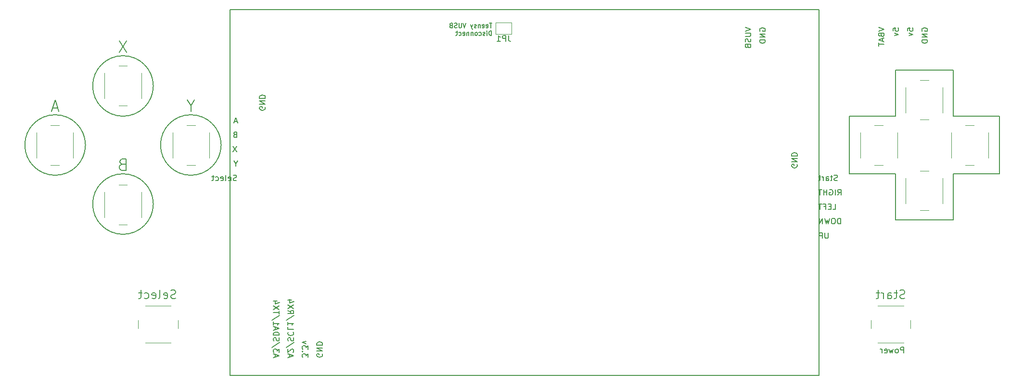
<source format=gbr>
%TF.GenerationSoftware,KiCad,Pcbnew,5.1.9*%
%TF.CreationDate,2021-01-24T16:08:06-08:00*%
%TF.ProjectId,TeensyDisplayShield,5465656e-7379-4446-9973-706c61795368,rev?*%
%TF.SameCoordinates,Original*%
%TF.FileFunction,Legend,Bot*%
%TF.FilePolarity,Positive*%
%FSLAX46Y46*%
G04 Gerber Fmt 4.6, Leading zero omitted, Abs format (unit mm)*
G04 Created by KiCad (PCBNEW 5.1.9) date 2021-01-24 16:08:06*
%MOMM*%
%LPD*%
G01*
G04 APERTURE LIST*
%ADD10C,0.150000*%
%ADD11C,0.120000*%
G04 APERTURE END LIST*
D10*
X79598381Y-94136595D02*
X79646000Y-94231833D01*
X79646000Y-94374690D01*
X79598381Y-94517547D01*
X79503142Y-94612785D01*
X79407904Y-94660404D01*
X79217428Y-94708023D01*
X79074571Y-94708023D01*
X78884095Y-94660404D01*
X78788857Y-94612785D01*
X78693619Y-94517547D01*
X78646000Y-94374690D01*
X78646000Y-94279452D01*
X78693619Y-94136595D01*
X78741238Y-94088976D01*
X79074571Y-94088976D01*
X79074571Y-94279452D01*
X78646000Y-93660404D02*
X79646000Y-93660404D01*
X78646000Y-93088976D01*
X79646000Y-93088976D01*
X78646000Y-92612785D02*
X79646000Y-92612785D01*
X79646000Y-92374690D01*
X79598381Y-92231833D01*
X79503142Y-92136595D01*
X79407904Y-92088976D01*
X79217428Y-92041357D01*
X79074571Y-92041357D01*
X78884095Y-92088976D01*
X78788857Y-92136595D01*
X78693619Y-92231833D01*
X78646000Y-92374690D01*
X78646000Y-92612785D01*
X74573119Y-107084761D02*
X74430262Y-107132380D01*
X74192167Y-107132380D01*
X74096928Y-107084761D01*
X74049309Y-107037142D01*
X74001690Y-106941904D01*
X74001690Y-106846666D01*
X74049309Y-106751428D01*
X74096928Y-106703809D01*
X74192167Y-106656190D01*
X74382643Y-106608571D01*
X74477881Y-106560952D01*
X74525500Y-106513333D01*
X74573119Y-106418095D01*
X74573119Y-106322857D01*
X74525500Y-106227619D01*
X74477881Y-106180000D01*
X74382643Y-106132380D01*
X74144548Y-106132380D01*
X74001690Y-106180000D01*
X73192167Y-107084761D02*
X73287405Y-107132380D01*
X73477881Y-107132380D01*
X73573119Y-107084761D01*
X73620738Y-106989523D01*
X73620738Y-106608571D01*
X73573119Y-106513333D01*
X73477881Y-106465714D01*
X73287405Y-106465714D01*
X73192167Y-106513333D01*
X73144548Y-106608571D01*
X73144548Y-106703809D01*
X73620738Y-106799047D01*
X72573119Y-107132380D02*
X72668357Y-107084761D01*
X72715976Y-106989523D01*
X72715976Y-106132380D01*
X71811214Y-107084761D02*
X71906452Y-107132380D01*
X72096928Y-107132380D01*
X72192167Y-107084761D01*
X72239786Y-106989523D01*
X72239786Y-106608571D01*
X72192167Y-106513333D01*
X72096928Y-106465714D01*
X71906452Y-106465714D01*
X71811214Y-106513333D01*
X71763595Y-106608571D01*
X71763595Y-106703809D01*
X72239786Y-106799047D01*
X70906452Y-107084761D02*
X71001690Y-107132380D01*
X71192167Y-107132380D01*
X71287405Y-107084761D01*
X71335024Y-107037142D01*
X71382643Y-106941904D01*
X71382643Y-106656190D01*
X71335024Y-106560952D01*
X71287405Y-106513333D01*
X71192167Y-106465714D01*
X71001690Y-106465714D01*
X70906452Y-106513333D01*
X70620738Y-106465714D02*
X70239786Y-106465714D01*
X70477881Y-106132380D02*
X70477881Y-106989523D01*
X70430262Y-107084761D01*
X70335024Y-107132380D01*
X70239786Y-107132380D01*
X74431214Y-104116190D02*
X74431214Y-104592380D01*
X74764547Y-103592380D02*
X74431214Y-104116190D01*
X74097881Y-103592380D01*
X74653404Y-101052380D02*
X73986738Y-102052380D01*
X73986738Y-101052380D02*
X74653404Y-102052380D01*
X74320071Y-98988571D02*
X74177214Y-99036190D01*
X74129595Y-99083809D01*
X74081976Y-99179047D01*
X74081976Y-99321904D01*
X74129595Y-99417142D01*
X74177214Y-99464761D01*
X74272452Y-99512380D01*
X74653404Y-99512380D01*
X74653404Y-98512380D01*
X74320071Y-98512380D01*
X74224833Y-98560000D01*
X74177214Y-98607619D01*
X74129595Y-98702857D01*
X74129595Y-98798095D01*
X74177214Y-98893333D01*
X74224833Y-98940952D01*
X74320071Y-98988571D01*
X74653404Y-98988571D01*
X74669309Y-96686666D02*
X74193119Y-96686666D01*
X74764547Y-96972380D02*
X74431214Y-95972380D01*
X74097881Y-96972380D01*
X173220000Y-104296595D02*
X173267619Y-104391833D01*
X173267619Y-104534690D01*
X173220000Y-104677547D01*
X173124761Y-104772785D01*
X173029523Y-104820404D01*
X172839047Y-104868023D01*
X172696190Y-104868023D01*
X172505714Y-104820404D01*
X172410476Y-104772785D01*
X172315238Y-104677547D01*
X172267619Y-104534690D01*
X172267619Y-104439452D01*
X172315238Y-104296595D01*
X172362857Y-104248976D01*
X172696190Y-104248976D01*
X172696190Y-104439452D01*
X172267619Y-103820404D02*
X173267619Y-103820404D01*
X172267619Y-103248976D01*
X173267619Y-103248976D01*
X172267619Y-102772785D02*
X173267619Y-102772785D01*
X173267619Y-102534690D01*
X173220000Y-102391833D01*
X173124761Y-102296595D01*
X173029523Y-102248976D01*
X172839047Y-102201357D01*
X172696190Y-102201357D01*
X172505714Y-102248976D01*
X172410476Y-102296595D01*
X172315238Y-102391833D01*
X172267619Y-102534690D01*
X172267619Y-102772785D01*
X178691023Y-116292380D02*
X178691023Y-117101904D01*
X178643404Y-117197142D01*
X178595785Y-117244761D01*
X178500547Y-117292380D01*
X178310071Y-117292380D01*
X178214833Y-117244761D01*
X178167214Y-117197142D01*
X178119595Y-117101904D01*
X178119595Y-116292380D01*
X177643404Y-117292380D02*
X177643404Y-116292380D01*
X177262452Y-116292380D01*
X177167214Y-116340000D01*
X177119595Y-116387619D01*
X177071976Y-116482857D01*
X177071976Y-116625714D01*
X177119595Y-116720952D01*
X177167214Y-116768571D01*
X177262452Y-116816190D01*
X177643404Y-116816190D01*
X180881500Y-114752380D02*
X180881500Y-113752380D01*
X180643404Y-113752380D01*
X180500547Y-113800000D01*
X180405309Y-113895238D01*
X180357690Y-113990476D01*
X180310071Y-114180952D01*
X180310071Y-114323809D01*
X180357690Y-114514285D01*
X180405309Y-114609523D01*
X180500547Y-114704761D01*
X180643404Y-114752380D01*
X180881500Y-114752380D01*
X179691023Y-113752380D02*
X179500547Y-113752380D01*
X179405309Y-113800000D01*
X179310071Y-113895238D01*
X179262452Y-114085714D01*
X179262452Y-114419047D01*
X179310071Y-114609523D01*
X179405309Y-114704761D01*
X179500547Y-114752380D01*
X179691023Y-114752380D01*
X179786261Y-114704761D01*
X179881500Y-114609523D01*
X179929119Y-114419047D01*
X179929119Y-114085714D01*
X179881500Y-113895238D01*
X179786261Y-113800000D01*
X179691023Y-113752380D01*
X178929119Y-113752380D02*
X178691023Y-114752380D01*
X178500547Y-114038095D01*
X178310071Y-114752380D01*
X178071976Y-113752380D01*
X177691023Y-114752380D02*
X177691023Y-113752380D01*
X177119595Y-114752380D01*
X177119595Y-113752380D01*
X179500547Y-112212380D02*
X179976738Y-112212380D01*
X179976738Y-111212380D01*
X179167214Y-111688571D02*
X178833880Y-111688571D01*
X178691023Y-112212380D02*
X179167214Y-112212380D01*
X179167214Y-111212380D01*
X178691023Y-111212380D01*
X177929119Y-111688571D02*
X178262452Y-111688571D01*
X178262452Y-112212380D02*
X178262452Y-111212380D01*
X177786261Y-111212380D01*
X177548166Y-111212380D02*
X176976738Y-111212380D01*
X177262452Y-112212380D02*
X177262452Y-111212380D01*
X180357690Y-109672380D02*
X180691023Y-109196190D01*
X180929119Y-109672380D02*
X180929119Y-108672380D01*
X180548166Y-108672380D01*
X180452928Y-108720000D01*
X180405309Y-108767619D01*
X180357690Y-108862857D01*
X180357690Y-109005714D01*
X180405309Y-109100952D01*
X180452928Y-109148571D01*
X180548166Y-109196190D01*
X180929119Y-109196190D01*
X179929119Y-109672380D02*
X179929119Y-108672380D01*
X178929119Y-108720000D02*
X179024357Y-108672380D01*
X179167214Y-108672380D01*
X179310071Y-108720000D01*
X179405309Y-108815238D01*
X179452928Y-108910476D01*
X179500547Y-109100952D01*
X179500547Y-109243809D01*
X179452928Y-109434285D01*
X179405309Y-109529523D01*
X179310071Y-109624761D01*
X179167214Y-109672380D01*
X179071976Y-109672380D01*
X178929119Y-109624761D01*
X178881500Y-109577142D01*
X178881500Y-109243809D01*
X179071976Y-109243809D01*
X178452928Y-109672380D02*
X178452928Y-108672380D01*
X178452928Y-109148571D02*
X177881500Y-109148571D01*
X177881500Y-109672380D02*
X177881500Y-108672380D01*
X177548166Y-108672380D02*
X176976738Y-108672380D01*
X177262452Y-109672380D02*
X177262452Y-108672380D01*
X180310071Y-107084761D02*
X180167214Y-107132380D01*
X179929119Y-107132380D01*
X179833880Y-107084761D01*
X179786261Y-107037142D01*
X179738642Y-106941904D01*
X179738642Y-106846666D01*
X179786261Y-106751428D01*
X179833880Y-106703809D01*
X179929119Y-106656190D01*
X180119595Y-106608571D01*
X180214833Y-106560952D01*
X180262452Y-106513333D01*
X180310071Y-106418095D01*
X180310071Y-106322857D01*
X180262452Y-106227619D01*
X180214833Y-106180000D01*
X180119595Y-106132380D01*
X179881500Y-106132380D01*
X179738642Y-106180000D01*
X179452928Y-106465714D02*
X179071976Y-106465714D01*
X179310071Y-106132380D02*
X179310071Y-106989523D01*
X179262452Y-107084761D01*
X179167214Y-107132380D01*
X179071976Y-107132380D01*
X178310071Y-107132380D02*
X178310071Y-106608571D01*
X178357690Y-106513333D01*
X178452928Y-106465714D01*
X178643404Y-106465714D01*
X178738642Y-106513333D01*
X178310071Y-107084761D02*
X178405309Y-107132380D01*
X178643404Y-107132380D01*
X178738642Y-107084761D01*
X178786261Y-106989523D01*
X178786261Y-106894285D01*
X178738642Y-106799047D01*
X178643404Y-106751428D01*
X178405309Y-106751428D01*
X178310071Y-106703809D01*
X177833880Y-107132380D02*
X177833880Y-106465714D01*
X177833880Y-106656190D02*
X177786261Y-106560952D01*
X177738642Y-106513333D01*
X177643404Y-106465714D01*
X177548166Y-106465714D01*
X177357690Y-106465714D02*
X176976738Y-106465714D01*
X177214833Y-106132380D02*
X177214833Y-106989523D01*
X177167214Y-107084761D01*
X177071976Y-107132380D01*
X176976738Y-107132380D01*
X166670000Y-80764404D02*
X166622380Y-80669166D01*
X166622380Y-80526309D01*
X166670000Y-80383452D01*
X166765238Y-80288214D01*
X166860476Y-80240595D01*
X167050952Y-80192976D01*
X167193809Y-80192976D01*
X167384285Y-80240595D01*
X167479523Y-80288214D01*
X167574761Y-80383452D01*
X167622380Y-80526309D01*
X167622380Y-80621547D01*
X167574761Y-80764404D01*
X167527142Y-80812023D01*
X167193809Y-80812023D01*
X167193809Y-80621547D01*
X167622380Y-81240595D02*
X166622380Y-81240595D01*
X167622380Y-81812023D01*
X166622380Y-81812023D01*
X167622380Y-82288214D02*
X166622380Y-82288214D01*
X166622380Y-82526309D01*
X166670000Y-82669166D01*
X166765238Y-82764404D01*
X166860476Y-82812023D01*
X167050952Y-82859642D01*
X167193809Y-82859642D01*
X167384285Y-82812023D01*
X167479523Y-82764404D01*
X167574761Y-82669166D01*
X167622380Y-82526309D01*
X167622380Y-82288214D01*
X89660000Y-137675595D02*
X89707619Y-137770833D01*
X89707619Y-137913690D01*
X89660000Y-138056547D01*
X89564761Y-138151785D01*
X89469523Y-138199404D01*
X89279047Y-138247023D01*
X89136190Y-138247023D01*
X88945714Y-138199404D01*
X88850476Y-138151785D01*
X88755238Y-138056547D01*
X88707619Y-137913690D01*
X88707619Y-137818452D01*
X88755238Y-137675595D01*
X88802857Y-137627976D01*
X89136190Y-137627976D01*
X89136190Y-137818452D01*
X88707619Y-137199404D02*
X89707619Y-137199404D01*
X88707619Y-136627976D01*
X89707619Y-136627976D01*
X88707619Y-136151785D02*
X89707619Y-136151785D01*
X89707619Y-135913690D01*
X89660000Y-135770833D01*
X89564761Y-135675595D01*
X89469523Y-135627976D01*
X89279047Y-135580357D01*
X89136190Y-135580357D01*
X88945714Y-135627976D01*
X88850476Y-135675595D01*
X88755238Y-135770833D01*
X88707619Y-135913690D01*
X88707619Y-136151785D01*
X87167619Y-138294642D02*
X87167619Y-137675595D01*
X86786666Y-138008928D01*
X86786666Y-137866071D01*
X86739047Y-137770833D01*
X86691428Y-137723214D01*
X86596190Y-137675595D01*
X86358095Y-137675595D01*
X86262857Y-137723214D01*
X86215238Y-137770833D01*
X86167619Y-137866071D01*
X86167619Y-138151785D01*
X86215238Y-138247023D01*
X86262857Y-138294642D01*
X86262857Y-137247023D02*
X86215238Y-137199404D01*
X86167619Y-137247023D01*
X86215238Y-137294642D01*
X86262857Y-137247023D01*
X86167619Y-137247023D01*
X87167619Y-136866071D02*
X87167619Y-136247023D01*
X86786666Y-136580357D01*
X86786666Y-136437500D01*
X86739047Y-136342261D01*
X86691428Y-136294642D01*
X86596190Y-136247023D01*
X86358095Y-136247023D01*
X86262857Y-136294642D01*
X86215238Y-136342261D01*
X86167619Y-136437500D01*
X86167619Y-136723214D01*
X86215238Y-136818452D01*
X86262857Y-136866071D01*
X86834285Y-135913690D02*
X86167619Y-135675595D01*
X86834285Y-135437500D01*
X83913333Y-138247023D02*
X83913333Y-137770833D01*
X83627619Y-138342261D02*
X84627619Y-138008928D01*
X83627619Y-137675595D01*
X84532380Y-137389880D02*
X84580000Y-137342261D01*
X84627619Y-137247023D01*
X84627619Y-137008928D01*
X84580000Y-136913690D01*
X84532380Y-136866071D01*
X84437142Y-136818452D01*
X84341904Y-136818452D01*
X84199047Y-136866071D01*
X83627619Y-137437500D01*
X83627619Y-136818452D01*
X84675238Y-135675595D02*
X83389523Y-136532738D01*
X83675238Y-135389880D02*
X83627619Y-135247023D01*
X83627619Y-135008928D01*
X83675238Y-134913690D01*
X83722857Y-134866071D01*
X83818095Y-134818452D01*
X83913333Y-134818452D01*
X84008571Y-134866071D01*
X84056190Y-134913690D01*
X84103809Y-135008928D01*
X84151428Y-135199404D01*
X84199047Y-135294642D01*
X84246666Y-135342261D01*
X84341904Y-135389880D01*
X84437142Y-135389880D01*
X84532380Y-135342261D01*
X84580000Y-135294642D01*
X84627619Y-135199404D01*
X84627619Y-134961309D01*
X84580000Y-134818452D01*
X83722857Y-133818452D02*
X83675238Y-133866071D01*
X83627619Y-134008928D01*
X83627619Y-134104166D01*
X83675238Y-134247023D01*
X83770476Y-134342261D01*
X83865714Y-134389880D01*
X84056190Y-134437500D01*
X84199047Y-134437500D01*
X84389523Y-134389880D01*
X84484761Y-134342261D01*
X84580000Y-134247023D01*
X84627619Y-134104166D01*
X84627619Y-134008928D01*
X84580000Y-133866071D01*
X84532380Y-133818452D01*
X83627619Y-132913690D02*
X83627619Y-133389880D01*
X84627619Y-133389880D01*
X83627619Y-132056547D02*
X83627619Y-132627976D01*
X83627619Y-132342261D02*
X84627619Y-132342261D01*
X84484761Y-132437500D01*
X84389523Y-132532738D01*
X84341904Y-132627976D01*
X84675238Y-130913690D02*
X83389523Y-131770833D01*
X83627619Y-130008928D02*
X84103809Y-130342261D01*
X83627619Y-130580357D02*
X84627619Y-130580357D01*
X84627619Y-130199404D01*
X84580000Y-130104166D01*
X84532380Y-130056547D01*
X84437142Y-130008928D01*
X84294285Y-130008928D01*
X84199047Y-130056547D01*
X84151428Y-130104166D01*
X84103809Y-130199404D01*
X84103809Y-130580357D01*
X84627619Y-129675595D02*
X83627619Y-129008928D01*
X84627619Y-129008928D02*
X83627619Y-129675595D01*
X84294285Y-128199404D02*
X83627619Y-128199404D01*
X84675238Y-128437500D02*
X83960952Y-128675595D01*
X83960952Y-128056547D01*
X81373333Y-138247023D02*
X81373333Y-137770833D01*
X81087619Y-138342261D02*
X82087619Y-138008928D01*
X81087619Y-137675595D01*
X82087619Y-137437500D02*
X82087619Y-136818452D01*
X81706666Y-137151785D01*
X81706666Y-137008928D01*
X81659047Y-136913690D01*
X81611428Y-136866071D01*
X81516190Y-136818452D01*
X81278095Y-136818452D01*
X81182857Y-136866071D01*
X81135238Y-136913690D01*
X81087619Y-137008928D01*
X81087619Y-137294642D01*
X81135238Y-137389880D01*
X81182857Y-137437500D01*
X82135238Y-135675595D02*
X80849523Y-136532738D01*
X81135238Y-135389880D02*
X81087619Y-135247023D01*
X81087619Y-135008928D01*
X81135238Y-134913690D01*
X81182857Y-134866071D01*
X81278095Y-134818452D01*
X81373333Y-134818452D01*
X81468571Y-134866071D01*
X81516190Y-134913690D01*
X81563809Y-135008928D01*
X81611428Y-135199404D01*
X81659047Y-135294642D01*
X81706666Y-135342261D01*
X81801904Y-135389880D01*
X81897142Y-135389880D01*
X81992380Y-135342261D01*
X82040000Y-135294642D01*
X82087619Y-135199404D01*
X82087619Y-134961309D01*
X82040000Y-134818452D01*
X81087619Y-134389880D02*
X82087619Y-134389880D01*
X82087619Y-134151785D01*
X82040000Y-134008928D01*
X81944761Y-133913690D01*
X81849523Y-133866071D01*
X81659047Y-133818452D01*
X81516190Y-133818452D01*
X81325714Y-133866071D01*
X81230476Y-133913690D01*
X81135238Y-134008928D01*
X81087619Y-134151785D01*
X81087619Y-134389880D01*
X81373333Y-133437500D02*
X81373333Y-132961309D01*
X81087619Y-133532738D02*
X82087619Y-133199404D01*
X81087619Y-132866071D01*
X81087619Y-132008928D02*
X81087619Y-132580357D01*
X81087619Y-132294642D02*
X82087619Y-132294642D01*
X81944761Y-132389880D01*
X81849523Y-132485119D01*
X81801904Y-132580357D01*
X82135238Y-130866071D02*
X80849523Y-131723214D01*
X82087619Y-130675595D02*
X82087619Y-130104166D01*
X81087619Y-130389880D02*
X82087619Y-130389880D01*
X82087619Y-129866071D02*
X81087619Y-129199404D01*
X82087619Y-129199404D02*
X81087619Y-129866071D01*
X81754285Y-128389880D02*
X81087619Y-128389880D01*
X82135238Y-128627976D02*
X81420952Y-128866071D01*
X81420952Y-128247023D01*
X190072380Y-80716785D02*
X190072380Y-80240595D01*
X190548571Y-80192976D01*
X190500952Y-80240595D01*
X190453333Y-80335833D01*
X190453333Y-80573928D01*
X190500952Y-80669166D01*
X190548571Y-80716785D01*
X190643809Y-80764404D01*
X190881904Y-80764404D01*
X190977142Y-80716785D01*
X191024761Y-80669166D01*
X191072380Y-80573928D01*
X191072380Y-80335833D01*
X191024761Y-80240595D01*
X190977142Y-80192976D01*
X190405714Y-81097738D02*
X191072380Y-81335833D01*
X190405714Y-81573928D01*
X187532380Y-80097738D02*
X188532380Y-80431071D01*
X187532380Y-80764404D01*
X188008571Y-81431071D02*
X188056190Y-81573928D01*
X188103809Y-81621547D01*
X188199047Y-81669166D01*
X188341904Y-81669166D01*
X188437142Y-81621547D01*
X188484761Y-81573928D01*
X188532380Y-81478690D01*
X188532380Y-81097738D01*
X187532380Y-81097738D01*
X187532380Y-81431071D01*
X187580000Y-81526309D01*
X187627619Y-81573928D01*
X187722857Y-81621547D01*
X187818095Y-81621547D01*
X187913333Y-81573928D01*
X187960952Y-81526309D01*
X188008571Y-81431071D01*
X188008571Y-81097738D01*
X188246666Y-82050119D02*
X188246666Y-82526309D01*
X188532380Y-81954880D02*
X187532380Y-82288214D01*
X188532380Y-82621547D01*
X187532380Y-82812023D02*
X187532380Y-83383452D01*
X188532380Y-83097738D02*
X187532380Y-83097738D01*
X192612380Y-80716785D02*
X192612380Y-80240595D01*
X193088571Y-80192976D01*
X193040952Y-80240595D01*
X192993333Y-80335833D01*
X192993333Y-80573928D01*
X193040952Y-80669166D01*
X193088571Y-80716785D01*
X193183809Y-80764404D01*
X193421904Y-80764404D01*
X193517142Y-80716785D01*
X193564761Y-80669166D01*
X193612380Y-80573928D01*
X193612380Y-80335833D01*
X193564761Y-80240595D01*
X193517142Y-80192976D01*
X192945714Y-81097738D02*
X193612380Y-81335833D01*
X192945714Y-81573928D01*
X195200000Y-80764404D02*
X195152380Y-80669166D01*
X195152380Y-80526309D01*
X195200000Y-80383452D01*
X195295238Y-80288214D01*
X195390476Y-80240595D01*
X195580952Y-80192976D01*
X195723809Y-80192976D01*
X195914285Y-80240595D01*
X196009523Y-80288214D01*
X196104761Y-80383452D01*
X196152380Y-80526309D01*
X196152380Y-80621547D01*
X196104761Y-80764404D01*
X196057142Y-80812023D01*
X195723809Y-80812023D01*
X195723809Y-80621547D01*
X196152380Y-81240595D02*
X195152380Y-81240595D01*
X196152380Y-81812023D01*
X195152380Y-81812023D01*
X196152380Y-82288214D02*
X195152380Y-82288214D01*
X195152380Y-82526309D01*
X195200000Y-82669166D01*
X195295238Y-82764404D01*
X195390476Y-82812023D01*
X195580952Y-82859642D01*
X195723809Y-82859642D01*
X195914285Y-82812023D01*
X196009523Y-82764404D01*
X196104761Y-82669166D01*
X196152380Y-82526309D01*
X196152380Y-82288214D01*
X177038000Y-141478000D02*
X177038000Y-76962000D01*
X164082380Y-80097738D02*
X165082380Y-80431071D01*
X164082380Y-80764404D01*
X164082380Y-81097738D02*
X164891904Y-81097738D01*
X164987142Y-81145357D01*
X165034761Y-81192976D01*
X165082380Y-81288214D01*
X165082380Y-81478690D01*
X165034761Y-81573928D01*
X164987142Y-81621547D01*
X164891904Y-81669166D01*
X164082380Y-81669166D01*
X165034761Y-82097738D02*
X165082380Y-82240595D01*
X165082380Y-82478690D01*
X165034761Y-82573928D01*
X164987142Y-82621547D01*
X164891904Y-82669166D01*
X164796666Y-82669166D01*
X164701428Y-82621547D01*
X164653809Y-82573928D01*
X164606190Y-82478690D01*
X164558571Y-82288214D01*
X164510952Y-82192976D01*
X164463333Y-82145357D01*
X164368095Y-82097738D01*
X164272857Y-82097738D01*
X164177619Y-82145357D01*
X164130000Y-82192976D01*
X164082380Y-82288214D01*
X164082380Y-82526309D01*
X164130000Y-82669166D01*
X164558571Y-83431071D02*
X164606190Y-83573928D01*
X164653809Y-83621547D01*
X164749047Y-83669166D01*
X164891904Y-83669166D01*
X164987142Y-83621547D01*
X165034761Y-83573928D01*
X165082380Y-83478690D01*
X165082380Y-83097738D01*
X164082380Y-83097738D01*
X164082380Y-83431071D01*
X164130000Y-83526309D01*
X164177619Y-83573928D01*
X164272857Y-83621547D01*
X164368095Y-83621547D01*
X164463333Y-83573928D01*
X164510952Y-83526309D01*
X164558571Y-83431071D01*
X164558571Y-83097738D01*
X191961190Y-137507380D02*
X191961190Y-136507380D01*
X191580238Y-136507380D01*
X191485000Y-136555000D01*
X191437380Y-136602619D01*
X191389761Y-136697857D01*
X191389761Y-136840714D01*
X191437380Y-136935952D01*
X191485000Y-136983571D01*
X191580238Y-137031190D01*
X191961190Y-137031190D01*
X190818333Y-137507380D02*
X190913571Y-137459761D01*
X190961190Y-137412142D01*
X191008809Y-137316904D01*
X191008809Y-137031190D01*
X190961190Y-136935952D01*
X190913571Y-136888333D01*
X190818333Y-136840714D01*
X190675476Y-136840714D01*
X190580238Y-136888333D01*
X190532619Y-136935952D01*
X190485000Y-137031190D01*
X190485000Y-137316904D01*
X190532619Y-137412142D01*
X190580238Y-137459761D01*
X190675476Y-137507380D01*
X190818333Y-137507380D01*
X190151666Y-136840714D02*
X189961190Y-137507380D01*
X189770714Y-137031190D01*
X189580238Y-137507380D01*
X189389761Y-136840714D01*
X188627857Y-137459761D02*
X188723095Y-137507380D01*
X188913571Y-137507380D01*
X189008809Y-137459761D01*
X189056428Y-137364523D01*
X189056428Y-136983571D01*
X189008809Y-136888333D01*
X188913571Y-136840714D01*
X188723095Y-136840714D01*
X188627857Y-136888333D01*
X188580238Y-136983571D01*
X188580238Y-137078809D01*
X189056428Y-137174047D01*
X188151666Y-137507380D02*
X188151666Y-136840714D01*
X188151666Y-137031190D02*
X188104047Y-136935952D01*
X188056428Y-136888333D01*
X187961190Y-136840714D01*
X187865952Y-136840714D01*
X119540309Y-79356904D02*
X119083166Y-79356904D01*
X119311738Y-80156904D02*
X119311738Y-79356904D01*
X118511738Y-80118809D02*
X118587928Y-80156904D01*
X118740309Y-80156904D01*
X118816500Y-80118809D01*
X118854595Y-80042619D01*
X118854595Y-79737857D01*
X118816500Y-79661666D01*
X118740309Y-79623571D01*
X118587928Y-79623571D01*
X118511738Y-79661666D01*
X118473642Y-79737857D01*
X118473642Y-79814047D01*
X118854595Y-79890238D01*
X117826023Y-80118809D02*
X117902214Y-80156904D01*
X118054595Y-80156904D01*
X118130785Y-80118809D01*
X118168880Y-80042619D01*
X118168880Y-79737857D01*
X118130785Y-79661666D01*
X118054595Y-79623571D01*
X117902214Y-79623571D01*
X117826023Y-79661666D01*
X117787928Y-79737857D01*
X117787928Y-79814047D01*
X118168880Y-79890238D01*
X117445071Y-79623571D02*
X117445071Y-80156904D01*
X117445071Y-79699761D02*
X117406976Y-79661666D01*
X117330785Y-79623571D01*
X117216500Y-79623571D01*
X117140309Y-79661666D01*
X117102214Y-79737857D01*
X117102214Y-80156904D01*
X116759357Y-80118809D02*
X116683166Y-80156904D01*
X116530785Y-80156904D01*
X116454595Y-80118809D01*
X116416500Y-80042619D01*
X116416500Y-80004523D01*
X116454595Y-79928333D01*
X116530785Y-79890238D01*
X116645071Y-79890238D01*
X116721261Y-79852142D01*
X116759357Y-79775952D01*
X116759357Y-79737857D01*
X116721261Y-79661666D01*
X116645071Y-79623571D01*
X116530785Y-79623571D01*
X116454595Y-79661666D01*
X116149833Y-79623571D02*
X115959357Y-80156904D01*
X115768880Y-79623571D02*
X115959357Y-80156904D01*
X116035547Y-80347380D01*
X116073642Y-80385476D01*
X116149833Y-80423571D01*
X114968880Y-79356904D02*
X114702214Y-80156904D01*
X114435547Y-79356904D01*
X114168880Y-79356904D02*
X114168880Y-80004523D01*
X114130785Y-80080714D01*
X114092690Y-80118809D01*
X114016500Y-80156904D01*
X113864119Y-80156904D01*
X113787928Y-80118809D01*
X113749833Y-80080714D01*
X113711738Y-80004523D01*
X113711738Y-79356904D01*
X113368880Y-80118809D02*
X113254595Y-80156904D01*
X113064119Y-80156904D01*
X112987928Y-80118809D01*
X112949833Y-80080714D01*
X112911738Y-80004523D01*
X112911738Y-79928333D01*
X112949833Y-79852142D01*
X112987928Y-79814047D01*
X113064119Y-79775952D01*
X113216500Y-79737857D01*
X113292690Y-79699761D01*
X113330785Y-79661666D01*
X113368880Y-79585476D01*
X113368880Y-79509285D01*
X113330785Y-79433095D01*
X113292690Y-79395000D01*
X113216500Y-79356904D01*
X113026023Y-79356904D01*
X112911738Y-79395000D01*
X112302214Y-79737857D02*
X112187928Y-79775952D01*
X112149833Y-79814047D01*
X112111738Y-79890238D01*
X112111738Y-80004523D01*
X112149833Y-80080714D01*
X112187928Y-80118809D01*
X112264119Y-80156904D01*
X112568880Y-80156904D01*
X112568880Y-79356904D01*
X112302214Y-79356904D01*
X112226023Y-79395000D01*
X112187928Y-79433095D01*
X112149833Y-79509285D01*
X112149833Y-79585476D01*
X112187928Y-79661666D01*
X112226023Y-79699761D01*
X112302214Y-79737857D01*
X112568880Y-79737857D01*
X119426023Y-81506904D02*
X119426023Y-80706904D01*
X119235547Y-80706904D01*
X119121261Y-80745000D01*
X119045071Y-80821190D01*
X119006976Y-80897380D01*
X118968880Y-81049761D01*
X118968880Y-81164047D01*
X119006976Y-81316428D01*
X119045071Y-81392619D01*
X119121261Y-81468809D01*
X119235547Y-81506904D01*
X119426023Y-81506904D01*
X118626023Y-81506904D02*
X118626023Y-80973571D01*
X118626023Y-80706904D02*
X118664119Y-80745000D01*
X118626023Y-80783095D01*
X118587928Y-80745000D01*
X118626023Y-80706904D01*
X118626023Y-80783095D01*
X118283166Y-81468809D02*
X118206976Y-81506904D01*
X118054595Y-81506904D01*
X117978404Y-81468809D01*
X117940309Y-81392619D01*
X117940309Y-81354523D01*
X117978404Y-81278333D01*
X118054595Y-81240238D01*
X118168880Y-81240238D01*
X118245071Y-81202142D01*
X118283166Y-81125952D01*
X118283166Y-81087857D01*
X118245071Y-81011666D01*
X118168880Y-80973571D01*
X118054595Y-80973571D01*
X117978404Y-81011666D01*
X117254595Y-81468809D02*
X117330785Y-81506904D01*
X117483166Y-81506904D01*
X117559357Y-81468809D01*
X117597452Y-81430714D01*
X117635547Y-81354523D01*
X117635547Y-81125952D01*
X117597452Y-81049761D01*
X117559357Y-81011666D01*
X117483166Y-80973571D01*
X117330785Y-80973571D01*
X117254595Y-81011666D01*
X116797452Y-81506904D02*
X116873642Y-81468809D01*
X116911738Y-81430714D01*
X116949833Y-81354523D01*
X116949833Y-81125952D01*
X116911738Y-81049761D01*
X116873642Y-81011666D01*
X116797452Y-80973571D01*
X116683166Y-80973571D01*
X116606976Y-81011666D01*
X116568880Y-81049761D01*
X116530785Y-81125952D01*
X116530785Y-81354523D01*
X116568880Y-81430714D01*
X116606976Y-81468809D01*
X116683166Y-81506904D01*
X116797452Y-81506904D01*
X116187928Y-80973571D02*
X116187928Y-81506904D01*
X116187928Y-81049761D02*
X116149833Y-81011666D01*
X116073642Y-80973571D01*
X115959357Y-80973571D01*
X115883166Y-81011666D01*
X115845071Y-81087857D01*
X115845071Y-81506904D01*
X115464119Y-80973571D02*
X115464119Y-81506904D01*
X115464119Y-81049761D02*
X115426023Y-81011666D01*
X115349833Y-80973571D01*
X115235547Y-80973571D01*
X115159357Y-81011666D01*
X115121261Y-81087857D01*
X115121261Y-81506904D01*
X114435547Y-81468809D02*
X114511738Y-81506904D01*
X114664119Y-81506904D01*
X114740309Y-81468809D01*
X114778404Y-81392619D01*
X114778404Y-81087857D01*
X114740309Y-81011666D01*
X114664119Y-80973571D01*
X114511738Y-80973571D01*
X114435547Y-81011666D01*
X114397452Y-81087857D01*
X114397452Y-81164047D01*
X114778404Y-81240238D01*
X113711738Y-81468809D02*
X113787928Y-81506904D01*
X113940309Y-81506904D01*
X114016500Y-81468809D01*
X114054595Y-81430714D01*
X114092690Y-81354523D01*
X114092690Y-81125952D01*
X114054595Y-81049761D01*
X114016500Y-81011666D01*
X113940309Y-80973571D01*
X113787928Y-80973571D01*
X113711738Y-81011666D01*
X113483166Y-80973571D02*
X113178404Y-80973571D01*
X113368880Y-80706904D02*
X113368880Y-81392619D01*
X113330785Y-81468809D01*
X113254595Y-81506904D01*
X113178404Y-81506904D01*
X192166571Y-127861142D02*
X191952285Y-127932571D01*
X191595142Y-127932571D01*
X191452285Y-127861142D01*
X191380857Y-127789714D01*
X191309428Y-127646857D01*
X191309428Y-127504000D01*
X191380857Y-127361142D01*
X191452285Y-127289714D01*
X191595142Y-127218285D01*
X191880857Y-127146857D01*
X192023714Y-127075428D01*
X192095142Y-127004000D01*
X192166571Y-126861142D01*
X192166571Y-126718285D01*
X192095142Y-126575428D01*
X192023714Y-126504000D01*
X191880857Y-126432571D01*
X191523714Y-126432571D01*
X191309428Y-126504000D01*
X190880857Y-126932571D02*
X190309428Y-126932571D01*
X190666571Y-126432571D02*
X190666571Y-127718285D01*
X190595142Y-127861142D01*
X190452285Y-127932571D01*
X190309428Y-127932571D01*
X189166571Y-127932571D02*
X189166571Y-127146857D01*
X189238000Y-127004000D01*
X189380857Y-126932571D01*
X189666571Y-126932571D01*
X189809428Y-127004000D01*
X189166571Y-127861142D02*
X189309428Y-127932571D01*
X189666571Y-127932571D01*
X189809428Y-127861142D01*
X189880857Y-127718285D01*
X189880857Y-127575428D01*
X189809428Y-127432571D01*
X189666571Y-127361142D01*
X189309428Y-127361142D01*
X189166571Y-127289714D01*
X188452285Y-127932571D02*
X188452285Y-126932571D01*
X188452285Y-127218285D02*
X188380857Y-127075428D01*
X188309428Y-127004000D01*
X188166571Y-126932571D01*
X188023714Y-126932571D01*
X187738000Y-126932571D02*
X187166571Y-126932571D01*
X187523714Y-126432571D02*
X187523714Y-127718285D01*
X187452285Y-127861142D01*
X187309428Y-127932571D01*
X187166571Y-127932571D01*
X63884571Y-127861142D02*
X63670285Y-127932571D01*
X63313142Y-127932571D01*
X63170285Y-127861142D01*
X63098857Y-127789714D01*
X63027428Y-127646857D01*
X63027428Y-127504000D01*
X63098857Y-127361142D01*
X63170285Y-127289714D01*
X63313142Y-127218285D01*
X63598857Y-127146857D01*
X63741714Y-127075428D01*
X63813142Y-127004000D01*
X63884571Y-126861142D01*
X63884571Y-126718285D01*
X63813142Y-126575428D01*
X63741714Y-126504000D01*
X63598857Y-126432571D01*
X63241714Y-126432571D01*
X63027428Y-126504000D01*
X61813142Y-127861142D02*
X61956000Y-127932571D01*
X62241714Y-127932571D01*
X62384571Y-127861142D01*
X62456000Y-127718285D01*
X62456000Y-127146857D01*
X62384571Y-127004000D01*
X62241714Y-126932571D01*
X61956000Y-126932571D01*
X61813142Y-127004000D01*
X61741714Y-127146857D01*
X61741714Y-127289714D01*
X62456000Y-127432571D01*
X60884571Y-127932571D02*
X61027428Y-127861142D01*
X61098857Y-127718285D01*
X61098857Y-126432571D01*
X59741714Y-127861142D02*
X59884571Y-127932571D01*
X60170285Y-127932571D01*
X60313142Y-127861142D01*
X60384571Y-127718285D01*
X60384571Y-127146857D01*
X60313142Y-127004000D01*
X60170285Y-126932571D01*
X59884571Y-126932571D01*
X59741714Y-127004000D01*
X59670285Y-127146857D01*
X59670285Y-127289714D01*
X60384571Y-127432571D01*
X58384571Y-127861142D02*
X58527428Y-127932571D01*
X58813142Y-127932571D01*
X58956000Y-127861142D01*
X59027428Y-127789714D01*
X59098857Y-127646857D01*
X59098857Y-127218285D01*
X59027428Y-127075428D01*
X58956000Y-127004000D01*
X58813142Y-126932571D01*
X58527428Y-126932571D01*
X58384571Y-127004000D01*
X57956000Y-126932571D02*
X57384571Y-126932571D01*
X57741714Y-126432571D02*
X57741714Y-127718285D01*
X57670285Y-127861142D01*
X57527428Y-127932571D01*
X57384571Y-127932571D01*
X190500000Y-105918000D02*
X182372000Y-105918000D01*
X182372000Y-95758000D02*
X190500000Y-95758000D01*
X182372000Y-105918000D02*
X182372000Y-95758000D01*
X190500000Y-87630000D02*
X200660000Y-87630000D01*
X190500000Y-95758000D02*
X190500000Y-87630000D01*
X200660000Y-87630000D02*
X200660000Y-95758000D01*
X200660000Y-105918000D02*
X200660000Y-114046000D01*
X190500000Y-114046000D02*
X190500000Y-105918000D01*
X200660000Y-114046000D02*
X190500000Y-114046000D01*
X200660000Y-95758000D02*
X208788000Y-95758000D01*
X208788000Y-105918000D02*
X200660000Y-105918000D01*
X208788000Y-95758000D02*
X208788000Y-105918000D01*
X54467142Y-104251142D02*
X54181428Y-104346380D01*
X54086190Y-104441619D01*
X53990952Y-104632095D01*
X53990952Y-104917809D01*
X54086190Y-105108285D01*
X54181428Y-105203523D01*
X54371904Y-105298761D01*
X55133809Y-105298761D01*
X55133809Y-103298761D01*
X54467142Y-103298761D01*
X54276666Y-103394000D01*
X54181428Y-103489238D01*
X54086190Y-103679714D01*
X54086190Y-103870190D01*
X54181428Y-104060666D01*
X54276666Y-104155904D01*
X54467142Y-104251142D01*
X55133809Y-104251142D01*
X43148190Y-94313333D02*
X42195809Y-94313333D01*
X43338666Y-94884761D02*
X42672000Y-92884761D01*
X42005333Y-94884761D01*
X55276666Y-82470761D02*
X53943333Y-84470761D01*
X53943333Y-82470761D02*
X55276666Y-84470761D01*
X66548000Y-93932380D02*
X66548000Y-94884761D01*
X67214666Y-92884761D02*
X66548000Y-93932380D01*
X65881333Y-92884761D01*
X48006000Y-100838000D02*
G75*
G03*
X48006000Y-100838000I-5334000J0D01*
G01*
X59944000Y-111252000D02*
G75*
G03*
X59944000Y-111252000I-5334000J0D01*
G01*
X59944000Y-90424000D02*
G75*
G03*
X59944000Y-90424000I-5334000J0D01*
G01*
X71882000Y-100838000D02*
G75*
G03*
X71882000Y-100838000I-5334000J0D01*
G01*
X73406000Y-141478000D02*
X73406000Y-76962000D01*
X177038000Y-76962000D02*
X73406000Y-76962000D01*
X73406000Y-141478000D02*
X177038000Y-141478000D01*
D11*
%TO.C,JP1*%
X120194000Y-79280000D02*
X120194000Y-81280000D01*
X122994000Y-79280000D02*
X120194000Y-79280000D01*
X122994000Y-81280000D02*
X122994000Y-79280000D01*
X120194000Y-81280000D02*
X122994000Y-81280000D01*
%TO.C,SW2*%
X194850000Y-89390000D02*
X196350000Y-89390000D01*
X198850000Y-90640000D02*
X198850000Y-95140000D01*
X196350000Y-96390000D02*
X194850000Y-96390000D01*
X192350000Y-95140000D02*
X192350000Y-90640000D01*
%TO.C,SW7*%
X64258000Y-131706000D02*
X64258000Y-133206000D01*
X63008000Y-135706000D02*
X58508000Y-135706000D01*
X57258000Y-133206000D02*
X57258000Y-131706000D01*
X58508000Y-129206000D02*
X63008000Y-129206000D01*
%TO.C,SW6*%
X193186000Y-131706000D02*
X193186000Y-133206000D01*
X191936000Y-135706000D02*
X187436000Y-135706000D01*
X186186000Y-133206000D02*
X186186000Y-131706000D01*
X187436000Y-129206000D02*
X191936000Y-129206000D01*
%TO.C,SW11*%
X65834000Y-97390000D02*
X67334000Y-97390000D01*
X69834000Y-98640000D02*
X69834000Y-103140000D01*
X67334000Y-104390000D02*
X65834000Y-104390000D01*
X63334000Y-103140000D02*
X63334000Y-98640000D01*
%TO.C,SW10*%
X53858000Y-86890000D02*
X55358000Y-86890000D01*
X57858000Y-88140000D02*
X57858000Y-92640000D01*
X55358000Y-93890000D02*
X53858000Y-93890000D01*
X51358000Y-92640000D02*
X51358000Y-88140000D01*
%TO.C,SW9*%
X53858000Y-107890000D02*
X55358000Y-107890000D01*
X57858000Y-109140000D02*
X57858000Y-113640000D01*
X55358000Y-114890000D02*
X53858000Y-114890000D01*
X51358000Y-113640000D02*
X51358000Y-109140000D01*
%TO.C,SW8*%
X41882000Y-97390000D02*
X43382000Y-97390000D01*
X45882000Y-98640000D02*
X45882000Y-103140000D01*
X43382000Y-104390000D02*
X41882000Y-104390000D01*
X39382000Y-103140000D02*
X39382000Y-98640000D01*
%TO.C,SW5*%
X188350000Y-104390000D02*
X186850000Y-104390000D01*
X184350000Y-103140000D02*
X184350000Y-98640000D01*
X186850000Y-97390000D02*
X188350000Y-97390000D01*
X190850000Y-98640000D02*
X190850000Y-103140000D01*
%TO.C,SW4*%
X202850000Y-97390000D02*
X204350000Y-97390000D01*
X206850000Y-98640000D02*
X206850000Y-103140000D01*
X204350000Y-104390000D02*
X202850000Y-104390000D01*
X200350000Y-103140000D02*
X200350000Y-98640000D01*
%TO.C,SW3*%
X196350000Y-112390000D02*
X194850000Y-112390000D01*
X192350000Y-111140000D02*
X192350000Y-106640000D01*
X194850000Y-105390000D02*
X196350000Y-105390000D01*
X198850000Y-106640000D02*
X198850000Y-111140000D01*
%TO.C,JP1*%
D10*
X122427333Y-81532380D02*
X122427333Y-82246666D01*
X122474952Y-82389523D01*
X122570190Y-82484761D01*
X122713047Y-82532380D01*
X122808285Y-82532380D01*
X121951142Y-82532380D02*
X121951142Y-81532380D01*
X121570190Y-81532380D01*
X121474952Y-81580000D01*
X121427333Y-81627619D01*
X121379714Y-81722857D01*
X121379714Y-81865714D01*
X121427333Y-81960952D01*
X121474952Y-82008571D01*
X121570190Y-82056190D01*
X121951142Y-82056190D01*
X120427333Y-82532380D02*
X120998761Y-82532380D01*
X120713047Y-82532380D02*
X120713047Y-81532380D01*
X120808285Y-81675238D01*
X120903523Y-81770476D01*
X120998761Y-81818095D01*
%TD*%
M02*

</source>
